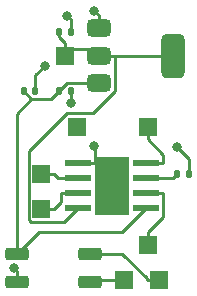
<source format=gbr>
%TF.GenerationSoftware,KiCad,Pcbnew,9.0.2*%
%TF.CreationDate,2025-07-27T18:34:45+02:00*%
%TF.ProjectId,ldomotordriver,6c646f6d-6f74-46f7-9264-72697665722e,rev?*%
%TF.SameCoordinates,Original*%
%TF.FileFunction,Copper,L1,Top*%
%TF.FilePolarity,Positive*%
%FSLAX46Y46*%
G04 Gerber Fmt 4.6, Leading zero omitted, Abs format (unit mm)*
G04 Created by KiCad (PCBNEW 9.0.2) date 2025-07-27 18:34:45*
%MOMM*%
%LPD*%
G01*
G04 APERTURE LIST*
G04 Aperture macros list*
%AMRoundRect*
0 Rectangle with rounded corners*
0 $1 Rounding radius*
0 $2 $3 $4 $5 $6 $7 $8 $9 X,Y pos of 4 corners*
0 Add a 4 corners polygon primitive as box body*
4,1,4,$2,$3,$4,$5,$6,$7,$8,$9,$2,$3,0*
0 Add four circle primitives for the rounded corners*
1,1,$1+$1,$2,$3*
1,1,$1+$1,$4,$5*
1,1,$1+$1,$6,$7*
1,1,$1+$1,$8,$9*
0 Add four rect primitives between the rounded corners*
20,1,$1+$1,$2,$3,$4,$5,0*
20,1,$1+$1,$4,$5,$6,$7,0*
20,1,$1+$1,$6,$7,$8,$9,0*
20,1,$1+$1,$8,$9,$2,$3,0*%
G04 Aperture macros list end*
%TA.AperFunction,SMDPad,CuDef*%
%ADD10RoundRect,0.140000X-0.140000X-0.170000X0.140000X-0.170000X0.140000X0.170000X-0.140000X0.170000X0*%
%TD*%
%TA.AperFunction,ComponentPad*%
%ADD11R,1.500000X1.500000*%
%TD*%
%TA.AperFunction,SMDPad,CuDef*%
%ADD12RoundRect,0.375000X-0.625000X-0.375000X0.625000X-0.375000X0.625000X0.375000X-0.625000X0.375000X0*%
%TD*%
%TA.AperFunction,SMDPad,CuDef*%
%ADD13RoundRect,0.500000X-0.500000X-1.400000X0.500000X-1.400000X0.500000X1.400000X-0.500000X1.400000X0*%
%TD*%
%TA.AperFunction,SMDPad,CuDef*%
%ADD14RoundRect,0.250000X-0.750000X-0.300000X0.750000X-0.300000X0.750000X0.300000X-0.750000X0.300000X0*%
%TD*%
%TA.AperFunction,SMDPad,CuDef*%
%ADD15R,2.200000X0.500000*%
%TD*%
%TA.AperFunction,ComponentPad*%
%ADD16C,0.630000*%
%TD*%
%TA.AperFunction,SMDPad,CuDef*%
%ADD17R,2.950000X4.900000*%
%TD*%
%TA.AperFunction,ViaPad*%
%ADD18C,0.800000*%
%TD*%
%TA.AperFunction,Conductor*%
%ADD19C,0.250000*%
%TD*%
G04 APERTURE END LIST*
D10*
%TO.P,R1,1*%
%TO.N,Net-(U2-ISEN)*%
X97500000Y-54000000D03*
%TO.P,R1,2*%
%TO.N,GND*%
X98500000Y-54000000D03*
%TD*%
%TO.P,C3,1*%
%TO.N,Net-(DB1-+)*%
X87500000Y-47000000D03*
%TO.P,C3,2*%
%TO.N,GND*%
X88500000Y-47000000D03*
%TD*%
D11*
%TO.P,TP4,1,1*%
%TO.N,GND*%
X89000000Y-50000000D03*
%TD*%
%TO.P,TP2,1,1*%
%TO.N,Net-(DB1-AC-Pad3)*%
X93000000Y-63000000D03*
%TD*%
%TO.P,TP6,1,1*%
%TO.N,Net-(U2-IN2)*%
X86000000Y-54000000D03*
%TD*%
D10*
%TO.P,C1,1*%
%TO.N,Net-(DB1-+)*%
X84500000Y-47000000D03*
%TO.P,C1,2*%
%TO.N,GND*%
X85500000Y-47000000D03*
%TD*%
D12*
%TO.P,U1,1,GND*%
%TO.N,GND*%
X90850000Y-41700000D03*
%TO.P,U1,2,VO*%
%TO.N,Net-(U1-VO)*%
X90850000Y-44000000D03*
D13*
X97150000Y-44000000D03*
D12*
%TO.P,U1,3,VI*%
%TO.N,Net-(DB1-+)*%
X90850000Y-46300000D03*
%TD*%
D14*
%TO.P,DB1,1,+*%
%TO.N,Net-(DB1-+)*%
X83900000Y-60800000D03*
%TO.P,DB1,2,-*%
%TO.N,GND*%
X83900000Y-63200000D03*
%TO.P,DB1,3,AC*%
%TO.N,Net-(DB1-AC-Pad3)*%
X90100000Y-63200000D03*
%TO.P,DB1,4,AC*%
%TO.N,Net-(DB1-AC-Pad4)*%
X90100000Y-60800000D03*
%TD*%
D11*
%TO.P,TP7,1,1*%
%TO.N,Net-(U2-OUT1)*%
X95000000Y-60000000D03*
%TD*%
%TO.P,TP8,1,1*%
%TO.N,Net-(U2-OUT2)*%
X95000000Y-50000000D03*
%TD*%
%TO.P,TP3,1,1*%
%TO.N,Net-(U1-VO)*%
X88000000Y-44000000D03*
%TD*%
%TO.P,TP5,1,1*%
%TO.N,Net-(U2-IN1)*%
X86000000Y-57000000D03*
%TD*%
%TO.P,TP1,1,1*%
%TO.N,Net-(DB1-AC-Pad4)*%
X96000000Y-63000000D03*
%TD*%
D15*
%TO.P,U2,1,GND*%
%TO.N,GND*%
X89125000Y-53095000D03*
%TO.P,U2,2,IN2*%
%TO.N,Net-(U2-IN2)*%
X89125000Y-54365000D03*
%TO.P,U2,3,IN1*%
%TO.N,Net-(U2-IN1)*%
X89125000Y-55635000D03*
%TO.P,U2,4,VREF*%
%TO.N,Net-(U1-VO)*%
X89125000Y-56905000D03*
%TO.P,U2,5,VM*%
%TO.N,Net-(DB1-+)*%
X94875000Y-56905000D03*
%TO.P,U2,6,OUT1*%
%TO.N,Net-(U2-OUT1)*%
X94875000Y-55635000D03*
%TO.P,U2,7,ISEN*%
%TO.N,Net-(U2-ISEN)*%
X94875000Y-54365000D03*
%TO.P,U2,8,OUT2*%
%TO.N,Net-(U2-OUT2)*%
X94875000Y-53095000D03*
D16*
%TO.P,U2,9,GND*%
%TO.N,GND*%
X91350000Y-53700000D03*
X91350000Y-55000000D03*
X91350000Y-56300000D03*
D17*
X92000000Y-55000000D03*
D16*
X92650000Y-53700000D03*
X92650000Y-55000000D03*
X92650000Y-56300000D03*
%TD*%
D10*
%TO.P,C2,1*%
%TO.N,Net-(U1-VO)*%
X87500000Y-42000000D03*
%TO.P,C2,2*%
%TO.N,GND*%
X88500000Y-42000000D03*
%TD*%
D18*
%TO.N,GND*%
X97482500Y-51737500D03*
X90500000Y-51650000D03*
X90500300Y-40229300D03*
X88165900Y-40599700D03*
X88540900Y-47980500D03*
X83675000Y-62000000D03*
X86295000Y-44844200D03*
%TD*%
D19*
%TO.N,GND*%
X86295000Y-44844200D02*
X85500000Y-45639200D01*
X90500300Y-40229300D02*
X90850000Y-40579000D01*
X90850000Y-40579000D02*
X90850000Y-41700000D01*
X90500000Y-51650000D02*
X90551700Y-51701700D01*
X88165900Y-40599700D02*
X88500000Y-40933800D01*
X91350000Y-55000000D02*
X92000000Y-55000000D01*
X88540900Y-47980500D02*
X88540900Y-47921800D01*
X83675000Y-62000000D02*
X83900000Y-62225000D01*
X85500000Y-45639200D02*
X85500000Y-47000000D01*
X88540900Y-47980500D02*
X88540900Y-47040900D01*
X88500000Y-40933800D02*
X88500000Y-42000000D01*
X98500000Y-52755000D02*
X98500000Y-54000000D01*
X90500000Y-51650000D02*
X90551700Y-51701700D01*
X89125000Y-53095000D02*
X90551700Y-53095000D01*
X90551700Y-51701700D02*
X90551700Y-53095000D01*
X97482500Y-51737500D02*
X98500000Y-52755000D01*
X88540900Y-47921800D02*
X88540900Y-47980500D01*
X88540900Y-47040900D02*
X88500000Y-47000000D01*
X90551700Y-51701700D02*
X90500000Y-51650000D01*
X83900000Y-62225000D02*
X83900000Y-63200000D01*
%TO.N,Net-(DB1-+)*%
X84514200Y-47014100D02*
X84500000Y-47000000D01*
X88200000Y-46300000D02*
X87500000Y-47000000D01*
X85159400Y-47659400D02*
X84514200Y-47014100D01*
X83900000Y-60800000D02*
X83900000Y-48918800D01*
X87500000Y-47000000D02*
X86840600Y-47659400D01*
X90850000Y-46300000D02*
X88200000Y-46300000D01*
X92855200Y-58924800D02*
X94875000Y-56905000D01*
X83900000Y-48918800D02*
X85159400Y-47659400D01*
X83900000Y-60800000D02*
X85775200Y-58924800D01*
X85775200Y-58924800D02*
X92855200Y-58924800D01*
X86840600Y-47659400D02*
X85159400Y-47659400D01*
%TO.N,Net-(DB1-AC-Pad4)*%
X90100000Y-60800000D02*
X92857900Y-60800000D01*
X92857900Y-60800000D02*
X94923300Y-62865400D01*
X94923300Y-62865400D02*
X94923300Y-63000000D01*
X96000000Y-63000000D02*
X94923300Y-63000000D01*
%TO.N,Net-(DB1-AC-Pad3)*%
X93000000Y-63000000D02*
X90300000Y-63000000D01*
X90300000Y-63000000D02*
X90100000Y-63200000D01*
%TO.N,Net-(U1-VO)*%
X88000000Y-43461600D02*
X90311600Y-43461600D01*
X85110300Y-58114100D02*
X84923300Y-57927100D01*
X88000000Y-43461600D02*
X88000000Y-42923300D01*
X84923300Y-52050000D02*
X88157300Y-48816000D01*
X90311600Y-43461600D02*
X90850000Y-44000000D01*
X87500000Y-42423300D02*
X88000000Y-42923300D01*
X88000000Y-44000000D02*
X88000000Y-43461600D01*
X88157300Y-48816000D02*
X90414800Y-48816000D01*
X87500000Y-42000000D02*
X87500000Y-42423300D01*
X90414800Y-48816000D02*
X92209500Y-47021300D01*
X92209500Y-44000000D02*
X90850000Y-44000000D01*
X89125000Y-56905000D02*
X87915900Y-58114100D01*
X95983300Y-44000000D02*
X95931600Y-44000000D01*
X95931600Y-44000000D02*
X92209500Y-44000000D01*
X92209500Y-47021300D02*
X92209500Y-44000000D01*
X97150000Y-44000000D02*
X95983300Y-44000000D01*
X87915900Y-58114100D02*
X85110300Y-58114100D01*
X84923300Y-57927100D02*
X84923300Y-52050000D01*
%TO.N,Net-(U2-ISEN)*%
X97135000Y-54365000D02*
X97500000Y-54000000D01*
X94875000Y-54365000D02*
X97135000Y-54365000D01*
%TO.N,Net-(U2-IN1)*%
X87698300Y-55635000D02*
X87698300Y-56378400D01*
X89125000Y-55635000D02*
X87698300Y-55635000D01*
X86000000Y-57000000D02*
X87076700Y-57000000D01*
X87698300Y-56378400D02*
X87076700Y-57000000D01*
%TO.N,Net-(U2-IN2)*%
X86000000Y-54000000D02*
X87076700Y-54000000D01*
X87441700Y-54365000D02*
X87076700Y-54000000D01*
X89125000Y-54365000D02*
X87441700Y-54365000D01*
%TO.N,Net-(U2-OUT1)*%
X96301700Y-57621600D02*
X95000000Y-58923300D01*
X95000000Y-60000000D02*
X95000000Y-58923300D01*
X96301700Y-55635000D02*
X96301700Y-57621600D01*
X94875000Y-55635000D02*
X96301700Y-55635000D01*
%TO.N,Net-(U2-OUT2)*%
X96301700Y-52378400D02*
X95000000Y-51076700D01*
X96301700Y-53095000D02*
X96301700Y-52378400D01*
X95000000Y-50000000D02*
X95000000Y-51076700D01*
X94875000Y-53095000D02*
X96301700Y-53095000D01*
%TD*%
M02*

</source>
